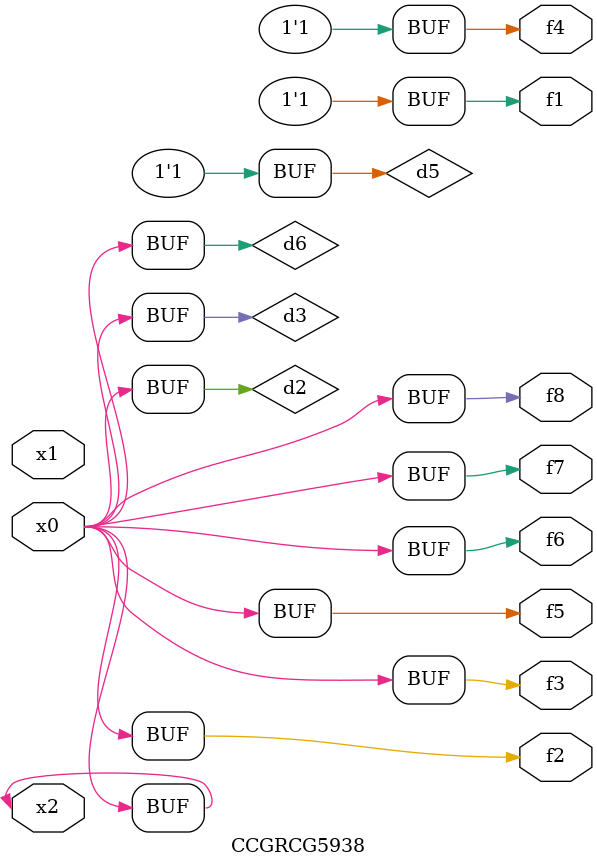
<source format=v>
module CCGRCG5938(
	input x0, x1, x2,
	output f1, f2, f3, f4, f5, f6, f7, f8
);

	wire d1, d2, d3, d4, d5, d6;

	xnor (d1, x2);
	buf (d2, x0, x2);
	and (d3, x0);
	xnor (d4, x1, x2);
	nand (d5, d1, d3);
	buf (d6, d2, d3);
	assign f1 = d5;
	assign f2 = d6;
	assign f3 = d6;
	assign f4 = d5;
	assign f5 = d6;
	assign f6 = d6;
	assign f7 = d6;
	assign f8 = d6;
endmodule

</source>
